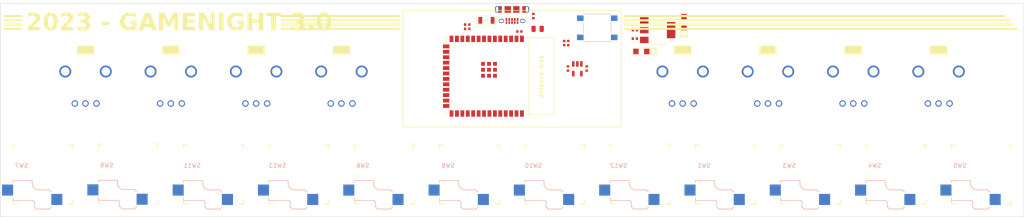
<source format=kicad_pcb>
(kicad_pcb (version 20221018) (generator pcbnew)
  (layers (0 "F.Cu" signal) (31 "B.Cu" signal) (34 "B.Paste" user) (35 "F.Paste" user) (36 "B.SilkS" user "B.Silkscreen") (37 "F.SilkS" user "F.Silkscreen") (38 "B.Mask" user) (39 "F.Mask" user) (44 "Edge.Cuts" user))
  (net 0 "")
  (net 1 "+3V3")
  (net 2 "GND")
  (net 3 "+5V")
  (net 4 "/EN")
  (net 5 "/USB_P")
  (net 6 "Net-(U12-GPIO20{slash}U1CTS{slash}ADC2_CH9{slash}CLK_OUT1{slash}USB_D+)")
  (net 7 "/USB_N")
  (net 8 "Net-(U12-GPIO19{slash}U1RTS{slash}ADC2_CH8{slash}CLK_OUT2{slash}USB_D-)")
  (net 9 "Net-(J14-GND@3)")
  (net 10 "/EEPROM_SDA")
  (net 11 "/EEPROM_SCL")
  (net 14 "/BOOTSEL_BUT")
  (net 21 "/LEDCLK")
  (net 22 "/LEDLAT")
  (net 23 "/LEDDAT")
  (net 24 "/KNOBADC0")
  (net 26 "/MCLK")
  (net 27 "/I2S_LRC")
  (net 28 "/I2S_BCLK")
  (net 29 "/KNOBADC1")
  (net 30 "/CODEC_SCL")
  (net 31 "/BUTTON_SEND")
  (net 32 "/KNOBADC2")
  (net 33 "/KNOBADC3")
  (net 34 "/CVADC0")
  (net 35 "/CVADC1")
  (net 38 "/BUTTON_FREEZE")
  (net 39 "/BUTTON_PITCH")
  (net 40 "/BUTTON_PITCHPOINT")
  (net 41 "/BUTTON_TAIL")
  (net 42 "/BUTTON_TAP")
  (net 43 "/BUTTON_DELAY")
  (net 44 "/CVMUX0")
  (net 45 "/CVMUX1")
  (net 46 "/JACK_TAP")
  (net 47 "/MODENV_PWM")
  (net 50 "/CODEC_SDA")
  (net 51 "/JACK_FREEZE")
  (footprint "keyswitches:Kailh_socket_PG1350" (layer "F.Cu") (at 95 99.05)
    (fp_text reference "SW11" (at -5 -2) (layer "B.SilkS") (effects (justify mirror)))
    (fp_text value "SW_Push")
    (pad "" np_thru_hole circle (at -5.5 0) (size 1.7018 1.7018) (drill 1.7018) (layers "*.Cu" "*.Mask"))
    (pad "" np_thru_hole circle (at -5 3.75) (size 3 3) (drill 3) (layers "*.Cu" "*.Mask"))
    (pad "" np_thru_hole circle (at 0 0) (size 3.429 3.429) (drill 3.429) (layers "*.Cu" "*.Mask"))
    (pad "" np_thru_hole circle (at 0 5.95) (size 3 3) (drill 3) (layers "*.Cu" "*.Mask"))
    (pad "" np_thru_hole circle (at 5.22 -4.2) (size 0.9906 0.9906) (drill 0.9906) (layers "*.Cu" "*.Mask"))
    (pad "" np_thru_hole circle (at 5.5 0) (size 1.7018 1.7018) (drill 1.7018) (layers "*.Cu" "*.Mask"))
    (pad "1" smd rect (at 3.275 5.95) (size 2.6 2.6) (layers "B.Cu" "B.Paste" "B.Mask"))
    (pad "2" smd rect (at -8.275 3.75) (size 2.6 2.6) (layers "B.Cu" "B.Paste" "B.Mask"))
  )
  (footprint "Resistor_SMD:R_0402_1005Metric" (layer "F.Cu") (at 170 62 90)
    (fp_text reference "R75" hide)
    (fp_text value "1M")
    (pad "1" smd roundrect (at -0.51 0 90) (size 0.54 0.64) (layers "F.Cu" "F.Paste" "F.Mask") (net 2 "GND"))
    (pad "2" smd roundrect (at 0.51 0 90) (size 0.54 0.64) (layers "F.Cu" "F.Paste" "F.Mask") (net 9 "Net-(J14-GND@3)"))
  )
  (footprint "keyswitches:Kailh_socket_PG1350" (layer "F.Cu") (at 235 99.05)
    (fp_text reference "SW3" (at -5 -2) (layer "B.SilkS") (effects (justify mirror)))
    (fp_text value "SW_Push")
    (pad "" np_thru_hole circle (at -5.5 0) (size 1.7018 1.7018) (drill 1.7018) (layers "*.Cu" "*.Mask"))
    (pad "" np_thru_hole circle (at -5 3.75) (size 3 3) (drill 3) (layers "*.Cu" "*.Mask"))
    (pad "" np_thru_hole circle (at 0 0) (size 3.429 3.429) (drill 3.429) (layers "*.Cu" "*.Mask"))
    (pad "" np_thru_hole circle (at 0 5.95) (size 3 3) (drill 3) (layers "*.Cu" "*.Mask"))
    (pad "" np_thru_hole circle (at 5.22 -4.2) (size 0.9906 0.9906) (drill 0.9906) (layers "*.Cu" "*.Mask"))
    (pad "" np_thru_hole circle (at 5.5 0) (size 1.7018 1.7018) (drill 1.7018) (layers "*.Cu" "*.Mask"))
    (pad "1" smd rect (at 3.275 5.95) (size 2.6 2.6) (layers "B.Cu" "B.Paste" "B.Mask"))
    (pad "2" smd rect (at -8.275 3.75) (size 2.6 2.6) (layers "B.Cu" "B.Paste" "B.Mask"))
  )
  (footprint "TiNRS_Eagle_Footprints:C3216" (layer "F.Cu") (at 159 63)
    (fp_text reference "C59" hide)
    (fp_text value "4.7n 100v" hide)
    (pad "1" smd rect (at -1.4478 0 90) (size 1.6002 0.889) (layers "F.Cu" "F.Paste" "F.Mask") (net 2 "GND"))
    (pad "2" smd rect (at 1.4478 0 90) (size 1.6002 0.889) (layers "F.Cu" "F.Paste" "F.Mask") (net 9 "Net-(J14-GND@3)"))
  )
  (footprint "Package_TO_SOT_SMD:SOT-223-3_TabPin2" (layer "F.Cu") (at 199.15 65.3)
    (fp_text reference "U1" hide)
    (fp_text value "AMS1117-3.3")
    (pad "1" smd rect (at -3.15 -2.3) (size 2 1.5) (layers "F.Cu" "F.Paste" "F.Mask") (net 2 "GND"))
    (pad "2" smd rect (at -3.15 0) (size 2 1.5) (layers "F.Cu" "F.Paste" "F.Mask") (net 1 "+3V3"))
    (pad "2" smd rect (at 3.15 0) (size 2 3.8) (layers "F.Cu" "F.Paste" "F.Mask") (net 1 "+3V3"))
    (pad "3" smd rect (at -3.15 2.3) (size 2 1.5) (layers "F.Cu" "F.Paste" "F.Mask") (net 3 "+5V"))
  )
  (footprint "TiNRS_Eagle_Footprints:ALPS_POT_SQUAREHOLES" (layer "F.Cu") (at 205 75)
    (fp_text reference "P8" hide)
    (fp_text value "POTSQUAREHOLE_SMALLKNOB" hide)
    (pad "P$1" thru_hole circle (at -2.5 7.5 90) (size 1.508 1.508) (drill 1) (layers "*.Cu" "*.Mask"))
    (pad "P$2" thru_hole circle (at 0 7.5 90) (size 1.508 1.508) (drill 1) (layers "*.Cu" "*.Mask"))
    (pad "P$3" thru_hole circle (at 2.58 7.5 90) (size 1.508 1.508) (drill 1) (layers "*.Cu" "*.Mask"))
    (pad "P$4" thru_hole circle (at -4.75 0) (size 2.8 2.8) (drill 2) (layers "*.Cu" "*.Mask"))
    (pad "P$5" thru_hole circle (at 4.75 0) (size 2.8 2.8) (drill 2) (layers "*.Cu" "*.Mask"))
  )
  (footprint "Capacitor_SMD:C_0805_2012Metric" (layer "F.Cu") (at 171 65)
    (fp_text reference "C61" hide)
    (fp_text value "22u")
    (pad "1" smd roundrect (at -0.95 0) (size 1 1.45) (layers "F.Cu" "F.Paste" "F.Mask") (net 1 "+3V3"))
    (pad "2" smd roundrect (at 0.95 0) (size 1 1.45) (layers "F.Cu" "F.Paste" "F.Mask") (net 2 "GND"))
  )
  (footprint "Resistor_SMD:R_0402_1005Metric" (layer "F.Cu") (at 154.49 65 180)
    (fp_text reference "R74" hide)
    (fp_text value "0")
    (pad "1" smd roundrect (at -0.51 0 180) (size 0.54 0.64) (layers "F.Cu" "F.Paste" "F.Mask") (net 7 "/USB_N"))
    (pad "2" smd roundrect (at 0.51 0 180) (size 0.54 0.64) (layers "F.Cu" "F.Paste" "F.Mask") (net 8 "Net-(U12-GPIO19{slash}U1RTS{slash}ADC2_CH8{slash}CLK_OUT2{slash}USB_D-)"))
  )
  (footprint "TiNRS_Eagle_Footprints:C132563" (layer "F.Cu") (at 165 59 180)
    (fp_text reference "J14" hide)
    (fp_text value "MICRO-USB-5P" hide)
    (pad "1" smd rect (at -1.3 -4.15 270) (size 1.35 0.4) (layers "F.Cu" "F.Paste" "F.Mask") (net 3 "+5V"))
    (pad "2" smd rect (at -0.65 -4.15 270) (size 1.35 0.4) (layers "F.Cu" "F.Paste" "F.Mask") (net 7 "/USB_N"))
    (pad "3" smd rect (at 0 -4.15 270) (size 1.35 0.4) (layers "F.Cu" "F.Paste" "F.Mask") (net 5 "/USB_P"))
    (pad "4" smd rect (at 0.65 -4.15 270) (size 1.35 0.4) (layers "F.Cu" "F.Paste" "F.Mask"))
    (pad "5" smd rect (at 1.3 -4.15 270) (size 1.35 0.4) (layers "F.Cu" "F.Paste" "F.Mask") (net 2 "GND"))
    (pad "B@2" thru_hole roundrect (at -2.5 -4.15) (size 1.25 0.95) (drill oval 0.85 0.55) (layers "*.Cu" "*.Mask") (roundrect_rratio 0.5) (net 9 "Net-(J14-GND@3)"))
    (pad "B@4" thru_hole roundrect (at 2.5 -4.15) (size 1.25 0.95) (drill oval 0.85 0.55) (layers "*.Cu" "*.Mask") (roundrect_rratio 0.5) (net 9 "Net-(J14-GND@3)"))
    (pad "B@5" smd rect (at 2.95 -1.45 270) (size 1.55 1.1) (layers "F.Cu" "F.Paste" "F.Mask") (net 9 "Net-(J14-GND@3)"))
    (pad "B@6" smd rect (at 1 -1.45 180) (size 1.5 1.55) (layers "F.Cu" "F.Paste" "F.Mask") (net 9 "Net-(J14-GND@3)"))
    (pad "B@7" smd rect (at -1 -1.45 180) (size 1.5 1.55) (layers "F.Cu" "F.Paste" "F.Mask") (net 9 "Net-(J14-GND@3)"))
    (pad "B@8" smd rect (at -2.95 -1.45 270) (size 1.55 1.1) (layers "F.Cu" "F.Paste" "F.Mask") (net 9 "Net-(J14-GND@3)"))
    (pad "B@9" thru_hole roundrect (at -3.5 -1.45 270) (size 1.55 1) (drill oval 1.15 0.5) (layers "*.Cu" "*.Mask") (roundrect_rratio 0.5) (net 9 "Net-(J14-GND@3)"))
    (pad "B@12" thru_hole roundrect (at 3.5 -1.45 270) (size 1.55 1) (drill oval 1.15 0.5) (layers "*.Cu" "*.Mask") (roundrect_rratio 0.5) (net 9 "Net-(J14-GND@3)"))
  )
  (footprint "TiNRS_Eagle_Footprints:ALPS_POT_SQUAREHOLES" (layer "F.Cu") (at 265 75)
    (fp_text reference "P6" hide)
    (fp_text value "POTSQUAREHOLE_SMALLKNOB" hide)
    (pad "P$1" thru_hole circle (at -2.5 7.5 90) (size 1.508 1.508) (drill 1) (layers "*.Cu" "*.Mask"))
    (pad "P$2" thru_hole circle (at 0 7.5 90) (size 1.508 1.508) (drill 1) (layers "*.Cu" "*.Mask"))
    (pad "P$3" thru_hole circle (at 2.58 7.5 90) (size 1.508 1.508) (drill 1) (layers "*.Cu" "*.Mask"))
    (pad "P$4" thru_hole circle (at -4.75 0) (size 2.8 2.8) (drill 2) (layers "*.Cu" "*.Mask"))
    (pad "P$5" thru_hole circle (at 4.75 0) (size 2.8 2.8) (drill 2) (layers "*.Cu" "*.Mask"))
  )
  (footprint "TiNRS_Eagle_Footprints:ALPS_POT_SQUAREHOLES" (layer "F.Cu") (at 125 75)
    (fp_text reference "P7" hide)
    (fp_text value "POTSQUAREHOLE_SMALLKNOB" hide)
    (pad "P$1" thru_hole circle (at -2.5 7.5 90) (size 1.508 1.508) (drill 1) (layers "*.Cu" "*.Mask"))
    (pad "P$2" thru_hole circle (at 0 7.5 90) (size 1.508 1.508) (drill 1) (layers "*.Cu" "*.Mask"))
    (pad "P$3" thru_hole circle (at 2.58 7.5 90) (size 1.508 1.508) (drill 1) (layers "*.Cu" "*.Mask"))
    (pad "P$4" thru_hole circle (at -4.75 0) (size 2.8 2.8) (drill 2) (layers "*.Cu" "*.Mask"))
    (pad "P$5" thru_hole circle (at 4.75 0) (size 2.8 2.8) (drill 2) (layers "*.Cu" "*.Mask"))
  )
  (footprint "Resistor_SMD:R_0402_1005Metric" (layer "F.Cu") (at 182.51 74.3 90)
    (fp_text reference "R77" hide)
    (fp_text value "2k")
    (pad "1" smd roundrect (at -0.51 0 90) (size 0.54 0.64) (layers "F.Cu" "F.Paste" "F.Mask") (net 1 "+3V3"))
    (pad "2" smd roundrect (at 0.51 0 90) (size 0.54 0.64) (layers "F.Cu" "F.Paste" "F.Mask") (net 11 "/EEPROM_SCL"))
  )
  (footprint "keyswitches:Kailh_socket_PG1350" (layer "F.Cu") (at 275 99.05)
    (fp_text reference "SW5" (at -5 -2) (layer "B.SilkS") (effects (justify mirror)))
    (fp_text value "SW_Push")
    (pad "" np_thru_hole circle (at -5.5 0) (size 1.7018 1.7018) (drill 1.7018) (layers "*.Cu" "*.Mask"))
    (pad "" np_thru_hole circle (at -5 3.75) (size 3 3) (drill 3) (layers "*.Cu" "*.Mask"))
    (pad "" np_thru_hole circle (at 0 0) (size 3.429 3.429) (drill 3.429) (layers "*.Cu" "*.Mask"))
    (pad "" np_thru_hole circle (at 0 5.95) (size 3 3) (drill 3) (layers "*.Cu" "*.Mask"))
    (pad "" np_thru_hole circle (at 5.22 -4.2) (size 0.9906 0.9906) (drill 0.9906) (layers "*.Cu" "*.Mask"))
    (pad "" np_thru_hole circle (at 5.5 0) (size 1.7018 1.7018) (drill 1.7018) (layers "*.Cu" "*.Mask"))
    (pad "1" smd rect (at 3.275 5.95) (size 2.6 2.6) (layers "B.Cu" "B.Paste" "B.Mask"))
    (pad "2" smd rect (at -8.275 3.75) (size 2.6 2.6) (layers "B.Cu" "B.Paste" "B.Mask"))
  )
  (footprint "keyswitches:Kailh_socket_PG1350" (layer "F.Cu") (at 255 99.05)
    (fp_text reference "SW4" (at -5 -2) (layer "B.SilkS") (effects (justify mirror)))
    (fp_text value "SW_Push")
    (pad "" np_thru_hole circle (at -5.5 0) (size 1.7018 1.7018) (drill 1.7018) (layers "*.Cu" "*.Mask"))
    (pad "" np_thru_hole circle (at -5 3.75) (size 3 3) (drill 3) (layers "*.Cu" "*.Mask"))
    (pad "" np_thru_hole circle (at 0 0) (size 3.429 3.429) (drill 3.429) (layers "*.Cu" "*.Mask"))
    (pad "" np_thru_hole circle (at 0 5.95) (size 3 3) (drill 3) (layers "*.Cu" "*.Mask"))
    (pad "" np_thru_hole circle (at 5.22 -4.2) (size 0.9906 0.9906) (drill 0.9906) (layers "*.Cu" "*.Mask"))
    (pad "" np_thru_hole circle (at 5.5 0) (size 1.7018 1.7018) (drill 1.7018) (layers "*.Cu" "*.Mask"))
    (pad "1" smd rect (at 3.275 5.95) (size 2.6 2.6) (layers "B.Cu" "B.Paste" "B.Mask"))
    (pad "2" smd rect (at -8.275 3.75) (size 2.6 2.6) (layers "B.Cu" "B.Paste" "B.Mask"))
  )
  (footprint "keyswitches:Kailh_socket_PG1350" (layer "F.Cu") (at 55 99.05)
    (fp_text reference "SW7" (at -5 -2) (layer "B.SilkS") (effects (justify mirror)))
    (fp_text value "SW_Push")
    (pad "" np_thru_hole circle (at -5.5 0) (size 1.7018 1.7018) (drill 1.7018) (layers "*.Cu" "*.Mask"))
    (pad "" np_thru_hole circle (at -5 3.75) (size 3 3) (drill 3) (layers "*.Cu" "*.Mask"))
    (pad "" np_thru_hole circle (at 0 0) (size 3.429 3.429) (drill 3.429) (layers "*.Cu" "*.Mask"))
    (pad "" np_thru_hole circle (at 0 5.95) (size 3 3) (drill 3) (layers "*.Cu" "*.Mask"))
    (pad "" np_thru_hole circle (at 5.22 -4.2) (size 0.9906 0.9906) (drill 0.9906) (layers "*.Cu" "*.Mask"))
    (pad "" np_thru_hole circle (at 5.5 0) (size 1.7018 1.7018) (drill 1.7018) (layers "*.Cu" "*.Mask"))
    (pad "1" smd rect (at 3.275 5.95) (size 2.6 2.6) (layers "B.Cu" "B.Paste" "B.Mask"))
    (pad "2" smd rect (at -8.275 3.75) (size 2.6 2.6) (layers "B.Cu" "B.Paste" "B.Mask"))
  )
  (footprint "Capacitor_SMD:C_0402_1005Metric" (layer "F.Cu") (at 177.24 68.33 90)
    (fp_text reference "C60" hide)
    (fp_text value "1u")
    (pad "1" smd roundrect (at -0.48 0 90) (size 0.56 0.62) (layers "F.Cu" "F.Paste" "F.Mask") (net 4 "/EN"))
    (pad "2" smd roundrect (at 0.48 0 90) (size 0.56 0.62) (layers "F.Cu" "F.Paste" "F.Mask") (net 2 "GND"))
  )
  (footprint "Capacitor_SMD:C_0402_1005Metric" (layer "F.Cu") (at 166.72 65.62)
    (fp_text reference "C62" hide)
    (fp_text value "100n")
    (pad "1" smd roundrect (at -0.48 0) (size 0.56 0.62) (layers "F.Cu" "F.Paste" "F.Mask") (net 1 "+3V3"))
    (pad "2" smd roundrect (at 0.48 0) (size 0.56 0.62) (layers "F.Cu" "F.Paste" "F.Mask") (net 2 "GND"))
  )
  (footprint "keyswitches:Kailh_socket_PG1350" (layer "F.Cu") (at 75 99)
    (fp_text reference "SW9" (at -5 -2) (layer "B.SilkS") (effects (justify mirror)))
    (fp_text value "SW_Push")
    (pad "" np_thru_hole circle (at -5.5 0) (size 1.7018 1.7018) (drill 1.7018) (layers "*.Cu" "*.Mask"))
    (pad "" np_thru_hole circle (at -5 3.75) (size 3 3) (drill 3) (layers "*.Cu" "*.Mask"))
    (pad "" np_thru_hole circle (at 0 0) (size 3.429 3.429) (drill 3.429) (layers "*.Cu" "*.Mask"))
    (pad "" np_thru_hole circle (at 0 5.95) (size 3 3) (drill 3) (layers "*.Cu" "*.Mask"))
    (pad "" np_thru_hole circle (at 5.22 -4.2) (size 0.9906 0.9906) (drill 0.9906) (layers "*.Cu" "*.Mask"))
    (pad "" np_thru_hole circle (at 5.5 0) (size 1.7018 1.7018) (drill 1.7018) (layers "*.Cu" "*.Mask"))
    (pad "1" smd rect (at 3.275 5.95) (size 2.6 2.6) (layers "B.Cu" "B.Paste" "B.Mask"))
    (pad "2" smd rect (at -8.275 3.75) (size 2.6 2.6) (layers "B.Cu" "B.Paste" "B.Mask"))
  )
  (footprint "Espressif:ESP32-S3-WROOM-1" (layer "F.Cu") (at 159.06 76.1 -90)
    (fp_text reference "U12" hide)
    (fp_text value "ESP32-S3-WROOM-1")
    (fp_text user "Antenna Area" (at 0 -12.75 90) (layer "F.SilkS"))
    (pad "1" smd rect (at -8.75 -8.26 270) (size 1.5 0.9) (layers "F.Cu" "F.Paste" "F.Mask") (net 2 "GND"))
    (pad "2" smd rect (at -8.75 -6.99 270) (size 1.5 0.9) (layers "F.Cu" "F.Paste" "F.Mask") (net 1 "+3V3"))
    (pad "3" smd rect (at -8.75 -5.72 270) (size 1.5 0.9) (layers "F.Cu" "F.Paste" "F.Mask") (net 4 "/EN"))
    (pad "4" smd rect (at -8.75 -4.45 270) (size 1.5 0.9) (layers "F.Cu" "F.Paste" "F.Mask") (net 21 "/LEDCLK"))
    (pad "5" smd rect (at -8.75 -3.18 270) (size 1.5 0.9) (layers "F.Cu" "F.Paste" "F.Mask") (net 22 "/LEDLAT"))
    (pad "6" smd rect (at -8.75 -1.91 270) (size 1.5 0.9) (layers "F.Cu" "F.Paste" "F.Mask") (net 23 "/LEDDAT"))
    (pad "7" smd rect (at -8.75 -0.64 270) (size 1.5 0.9) (layers "F.Cu" "F.Paste" "F.Mask") (net 24 "/KNOBADC0"))
    (pad "8" smd rect (at -8.75 0.63 270) (size 1.5 0.9) (layers "F.Cu" "F.Paste" "F.Mask"))
    (pad "9" smd rect (at -8.75 1.9 270) (size 1.5 0.9) (layers "F.Cu" "F.Paste" "F.Mask") (net 26 "/MCLK"))
    (pad "10" smd rect (at -8.75 3.17 270) (size 1.5 0.9) (layers "F.Cu" "F.Paste" "F.Mask") (net 27 "/I2S_LRC"))
    (pad "11" smd rect (at -8.75 4.44 270) (size 1.5 0.9) (layers "F.Cu" "F.Paste" "F.Mask") (net 28 "/I2S_BCLK"))
    (pad "12" smd rect (at -8.75 5.71 270) (size 1.5 0.9) (layers "F.Cu" "F.Paste" "F.Mask") (net 29 "/KNOBADC1"))
    (pad "13" smd rect (at -8.75 6.98 270) (size 1.5 0.9) (layers "F.Cu" "F.Paste" "F.Mask") (net 8 "Net-(U12-GPIO19{slash}U1RTS{slash}ADC2_CH8{slash}CLK_OUT2{slash}USB_D-)"))
    (pad "14" smd rect (at -8.75 8.25 270) (size 1.5 0.9) (layers "F.Cu" "F.Paste" "F.Mask") (net 6 "Net-(U12-GPIO20{slash}U1CTS{slash}ADC2_CH9{slash}CLK_OUT1{slash}USB_D+)"))
    (pad "15" smd rect (at -6.985 9.5) (size 1.5 0.9) (layers "F.Cu" "F.Paste" "F.Mask") (net 30 "/CODEC_SCL"))
    (pad "16" smd rect (at -5.715 9.5) (size 1.5 0.9) (layers "F.Cu" "F.Paste" "F.Mask") (net 31 "/BUTTON_SEND"))
    (pad "17" smd rect (at -4.445 9.5) (size 1.5 0.9) (layers "F.Cu" "F.Paste" "F.Mask") (net 32 "/KNOBADC2"))
    (pad "18" smd rect (at -3.175 9.5) (size 1.5 0.9) (layers "F.Cu" "F.Paste" "F.Mask") (net 33 "/KNOBADC3"))
    (pad "19" smd rect (at -1.905 9.5) (size 1.5 0.9) (layers "F.Cu" "F.Paste" "F.Mask") (net 34 "/CVADC0"))
    (pad "20" smd rect (at -0.635 9.5) (size 1.5 0.9) (layers "F.Cu" "F.Paste" "F.Mask") (net 35 "/CVADC1"))
    (pad "21" smd rect (at 0.635 9.5) (size 1.5 0.9) (layers "F.Cu" "F.Paste" "F.Mask"))
    (pad "22" smd rect (at 1.905 9.5) (size 1.5 0.9) (layers "F.Cu" "F.Paste" "F.Mask"))
    (pad "23" smd rect (at 3.175 9.5) (size 1.5 0.9) (layers "F.Cu" "F.Paste" "F.Mask") (net 38 "/BUTTON_FREEZE"))
    (pad "24" smd rect (at 4.445 9.5) (size 1.5 0.9) (layers "F.Cu" "F.Paste" "F.Mask") (net 39 "/BUTTON_PITCH"))
    (pad "25" smd rect (at 5.715 9.5) (size 1.5 0.9) (layers "F.Cu" "F.Paste" "F.Mask") (net 40 "/BUTTON_PITCHPOINT"))
    (pad "26" smd rect (at 6.985 9.5) (size 1.5 0.9) (layers "F.Cu" "F.Paste" "F.Mask") (net 41 "/BUTTON_TAIL"))
    (pad "27" smd rect (at 8.75 8.25 90) (size 1.5 0.9) (layers "F.Cu" "F.Paste" "F.Mask") (net 14 "/BOOTSEL_BUT"))
    (pad "28" smd rect (at 8.75 6.98 90) (size 1.5 0.9) (layers "F.Cu" "F.Paste" "F.Mask") (net 42 "/BUTTON_TAP"))
    (pad "29" smd rect (at 8.75 5.71 90) (size 1.5 0.9) (layers "F.Cu" "F.Paste" "F.Mask") (net 43 "/BUTTON_DELAY"))
    (pad "30" smd rect (at 8.75 4.44 90) (size 1.5 0.9) (layers "F.Cu" "F.Paste" "F.Mask") (net 44 "/CVMUX0"))
    (pad "31" smd rect (at 8.75 3.17 90) (size 1.5 0.9) (layers "F.Cu" "F.Paste" "F.Mask") (net 45 "/CVMUX1"))
    (pad "32" smd rect (at 8.75 1.9 90) (size 1.5 0.9) (layers "F.Cu" "F.Paste" "F.Mask") (net 10 "/EEPROM_SDA"))
    (pad "33" smd rect (at 8.75 0.63 90) (size 1.5 0.9) (layers "F.Cu" "F.Paste" "F.Mask") (net 11 "/EEPROM_SCL"))
    (pad "34" smd rect (at 8.75 -0.64 90) (size 1.5 0.9) (layers "F.Cu" "F.Paste" "F.Mask") (net 46 "/JACK_TAP"))
    (pad "35" smd rect (at 8.75 -1.91 90) (size 1.5 0.9) (layers "F.Cu" "F.Paste" "F.Mask") (net 47 "/MODENV_PWM"))
    (pad "36" smd rect (at 8.75 -3.18 90) (size 1.5 0.9) (layers "F.Cu" "F.Paste" "F.Mask"))
    (pad "37" smd rect (at 8.75 -4.45 90) (size 1.5 0.9) (layers "F.Cu" "F.Paste" "F.Mask"))
    (pad "38" smd rect (at 8.75 -5.72 90) (size 1.5 0.9) (layers "F.Cu" "F.Paste" "F.Mask") (net 50 "/CODEC_SDA"))
    (pad "39" smd rect (at 8.75 -6.99 90) (size 1.5 0.9) (layers "F.Cu" "F.Paste" "F.Mask") (net 51 "/JACK_FREEZE"))
    (pad "40" smd rect (at 8.75 -8.26 90) (size 1.5 0.9) (layers "F.Cu" "F.Paste" "F.Mask") (net 2 "GND"))
    (pad "41" smd rect (at -2.9 -1.94 90) (size 0.9 0.9) (layers "F.Cu" "F.Paste" "F.Mask") (net 2 "GND"))
    (pad "41" smd rect (at -2.9 -0.54 90) (size 0.9 0.9) (layers "F.Cu" "F.Paste" "F.Mask") (net 2 "GND"))
    (pad "41" smd rect (at -2.9 0.86 90) (size 0.9 0.9) (layers "F.Cu" "F.Paste" "F.Mask") (net 2 "GND"))
    (pad "41" smd rect (at -1.5 -1.94 90) (size 0.9 0.9) (layers "F.Cu" "F.Paste" "F.Mask") (net 2 "GND"))
    (pad "41" smd rect (at -1.5 -0.54 90) (size 0.9 0.9) (layers "F.Cu" "F.Paste" "F.Mask") (net 2 "GND"))
    (pad "41" smd rect (at -1.5 0.86 90) (size 0.9 0.9) (layers "F.Cu" "F.Paste" "F.Mask") (net 2 "GND"))
    (pad "41" smd rect (at -0.1 -1.94 90) (size 0.9 0.9) (layers "F.Cu" "F.Paste" "F.Mask") (net 2 "GND"))
    (pad "41" smd rect (at -0.1 -0.54 90) (size 0.9 0.9) (layers "F.Cu" "F.Paste" "F.Mask") (net 2 "GND"))
    (pad "41" smd rect (at -0.1 0.86 90) (size 0.9 0.9) (layers "F.Cu" "F.Paste" "F.Mask") (net 2 "GND"))
  )
  (footprint "keyswitches:Kailh_socket_PG1350" (layer "F.Cu") (at 175 99.05)
    (fp_text reference "SW10" (at -5 -2) (layer "B.SilkS") (effects (justify mirror)))
    (fp_text value "SW_Push")
    (pad "" np_thru_hole circle (at -5.5 0) (size 1.7018 1.7018) (drill 1.7018) (layers "*.Cu" "*.Mask"))
    (pad "" np_thru_hole circle (at -5 3.75) (size 3 3) (drill 3) (layers "*.Cu" "*.Mask"))
    (pad "" np_thru_hole circle (at 0 0) (size 3.429 3.429) (drill 3.429) (layers "*.Cu" "*.Mask"))
    (pad "" np_thru_hole circle (at 0 5.95) (size 3 3) (drill 3) (layers "*.Cu" "*.Mask"))
    (pad "" np_thru_hole circle (at 5.22 -4.2) (size 0.9906 0.9906) (drill 0.9906) (layers "*.Cu" "*.Mask"))
    (pad "" np_thru_hole circle (at 5.5 0) (size 1.7018 1.7018) (drill 1.7018) (layers "*.Cu" "*.Mask"))
    (pad "1" smd rect (at 3.275 5.95) (size 2.6 2.6) (layers "B.Cu" "B.Paste" "B.Mask"))
    (pad "2" smd rect (at -8.275 3.75) (size 2.6 2.6) (layers "B.Cu" "B.Paste" "B.Mask"))
  )
  (footprint "Resistor_SMD:R_0402_1005Metric" (layer "F.Cu") (at 154.49 64 180)
    (fp_text reference "R73" hide)
    (fp_text value "0")
    (pad "1" smd roundrect (at -0.51 0 180) (size 0.54 0.64) (layers "F.Cu" "F.Paste" "F.Mask") (net 5 "/USB_P"))
    (pad "2" smd roundrect (at 0.51 0 180) (size 0.54 0.64) (layers "F.Cu" "F.Paste" "F.Mask") (net 6 "Net-(U12-GPIO20{slash}U1CTS{slash}ADC2_CH9{slash}CLK_OUT1{slash}USB_D+)"))
  )
  (footprint "keyswitches:Kailh_socket_PG1350" (layer "F.Cu") (at 135 99.05)
    (fp_text reference "SW6" (at -5 -2) (layer "B.SilkS") (effects (justify mirror)))
    (fp_text value "SW_Push")
    (pad "" np_thru_hole circle (at -5.5 0) (size 1.7018 1.7018) (drill 1.7018) (layers "*.Cu" "*.Mask"))
    (pad "" np_thru_hole circle (at -5 3.75) (size 3 3) (drill 3) (layers "*.Cu" "*.Mask"))
    (pad "" np_thru_hole circle (at 0 0) (size 3.429 3.429) (drill 3.429) (layers "*.Cu" "*.Mask"))
    (pad "" np_thru_hole circle (at 0 5.95) (size 3 3) (drill 3) (layers "*.Cu" "*.Mask"))
    (pad "" np_thru_hole circle (at 5.22 -4.2) (size 0.9906 0.9906) (drill 0.9906) (layers "*.Cu" "*.Mask"))
    (pad "" np_thru_hole circle (at 5.5 0) (size 1.7018 1.7018) (drill 1.7018) (layers "*.Cu" "*.Mask"))
    (pad "1" smd rect (at 3.275 5.95) (size 2.6 2.6) (layers "B.Cu" "B.Paste" "B.Mask"))
    (pad "2" smd rect (at -8.275 3.75) (size 2.6 2.6) (layers "B.Cu" "B.Paste" "B.Mask"))
  )
  (footprint "Package_TO_SOT_SMD:SOT-23-5" (layer "F.Cu") (at 180.31 74.3625 -90)
    (fp_text reference "U2" hide)
    (fp_text value "AT24CS01-STUM")
    (pad "1" smd roundrect (at -1.1375 -0.95 270) (size 1.325 0.6) (layers "F.Cu" "F.Paste" "F.Mask") (net 11 "/EEPROM_SCL"))
    (pad "2" smd roundrect (at -1.1375 0 270) (size 1.325 0.6) (layers "F.Cu" "F.Paste" "F.Mask") (net 2 "GND"))
    (pad "3" smd roundrect (at -1.1375 0.95 270) (size 1.325 0.6) (layers "F.Cu" "F.Paste" "F.Mask") (net 10 "/EEPROM_SDA"))
    (pad "4" smd roundrect (at 1.1375 0.95 270) (size 1.325 0.6) (layers "F.Cu" "F.Paste" "F.Mask") (net 1 "+3V3"))
    (pad "5" smd roundrect (at 1.1375 -0.95 270) (size 1.325 0.6) (layers "F.Cu" "F.Paste" "F.Mask") (net 2 "GND"))
  )
  (footprint "Resistor_SMD:R_0402_1005Metric" (layer "F.Cu") (at 178.19 68.33 -90)
    (fp_text reference "R78" hide)
    (fp_text value "10k")
    (pad "1" smd roundrect (at -0.51 0 270) (size 0.54 0.64) (layers "F.Cu" "F.Paste" "F.Mask") (net 1 "+3V3"))
    (pad "2" smd roundrect (at 0.51 0 270) (size 0.54 0.64) (layers "F.Cu" "F.Paste" "F.Mask") (net 4 "/EN"))
  )
  (footprint "Resistor_SMD:R_0402_1005Metric" (layer "F.Cu") (at 178.11 74.3 -90)
    (fp_text reference "R76" hide)
    (fp_text value "2k")
    (pad "1" smd roundrect (at -0.51 0 270) (size 0.54 0.64) (layers "F.Cu" "F.Paste" "F.Mask") (net 10 "/EEPROM_SDA"))
    (pad "2" smd roundrect (at 0.51 0 270) (size 0.54 0.64) (layers "F.Cu" "F.Paste" "F.Mask") (net 1 "+3V3"))
  )
  (footprint "TiNRS_Eagle_Footprints:ALPS_POT_SQUAREHOLES" (layer "F.Cu") (at 85 75)
    (fp_text reference "P2" hide)
    (fp_text value "POTSQUAREHOLE_SMALLKNOB" hide)
    (pad "P$1" thru_hole circle (at -2.5 7.5 90) (size 1.508 1.508) (drill 1) (layers "*.Cu" "*.Mask"))
    (pad "P$2" thru_hole circle (at 0 7.5 90) (size 1.508 1.508) (drill 1) (layers "*.Cu" "*.Mask"))
    (pad "P$3" thru_hole circle (at 2.58 7.5 90) (size 1.508 1.508) (drill 1) (layers "*.Cu" "*.Mask"))
    (pad "P$4" thru_hole circle (at -4.75 0) (size 2.8 2.8) (drill 2) (layers "*.Cu" "*.Mask"))
    (pad "P$5" thru_hole circle (at 4.75 0) (size 2.8 2.8) (drill 2) (layers "*.Cu" "*.Mask"))
  )
  (footprint "keyswitches:Kailh_socket_PG1350" (layer "F.Cu") (at 155 99.05)
    (fp_text reference "SW8" (at -5 -2) (layer "B.SilkS") (effects (justify mirror)))
    (fp_text value "SW_Push")
    (pad "" np_thru_hole circle (at -5.5 0) (size 1.7018 1.7018) (drill 1.7018) (layers "*.Cu" "*.Mask"))
    (pad "" np_thru_hole circle (at -5 3.75) (size 3 3) (drill 3) (layers "*.Cu" "*.Mask"))
    (pad "" np_thru_hole circle (at 0 0) (size 3.429 3.429) (drill 3.429) (layers "*.Cu" "*.Mask"))
    (pad "" np_thru_hole circle (at 0 5.95) (size 3 3) (drill 3) (layers "*.Cu" "*.Mask"))
    (pad "" np_thru_hole circle (at 5.22 -4.2) (size 0.9906 0.9906) (drill 0.9906) (layers "*.Cu" "*.Mask"))
    (pad "" np_thru_hole circle (at 5.5 0) (size 1.7018 1.7018) (drill 1.7018) (layers "*.Cu" "*.Mask"))
    (pad "1" smd rect (at 3.275 5.95) (size 2.6 2.6) (layers "B.Cu" "B.Paste" "B.Mask"))
    (pad "2" smd rect (at -8.275 3.75) (size 2.6 2.6) (layers "B.Cu" "B.Paste" "B.Mask"))
  )
  (footprint "Capacitor_SMD:C_0402_1005Metric" (layer "F.Cu") (at 193.795 67.3)
    (property "Value" "1759017")
    (fp_text reference "C52" hide)
    (fp_text value "100nF")
    (pad "1" smd roundrect (at -0.48 0) (size 0.56 0.62) (layers "F.Cu" "F.Paste" "F.Mask") (net 2 "GND"))
    (pad "2" smd roundrect (at 0.48 0) (size 0.56 0.62) (layers "F.Cu" "F.Paste" "F.Mask") (net 3 "+5V"))
  )
  (footprint "TiNRS_Eagle_Footprints:ALPS_POT_SQUAREHOLES" (layer "F.Cu") (at 225 75)
    (fp_text reference "P4" hide)
    (fp_text value "POTSQUAREHOLE_SMALLKNOB" hide)
    (pad "P$1" thru_hole circle (at -2.5 7.5 90) (size 1.508 1.508) (drill 1) (layers "*.Cu" "*.Mask"))
    (pad "P$2" thru_hole circle (at 0 7.5 90) (size 1.508 1.508) (drill 1) (layers "*.Cu" "*.Mask"))
    (pad "P$3" thru_hole circle (at 2.58 7.5 90) (size 1.508 1.508) (drill 1) (layers "*.Cu" "*.Mask"))
    (pad "P$4" thru_hole circle (at -4.75 0) (size 2.8 2.8) (drill 2) (layers "*.Cu" "*.Mask"))
    (pad "P$5" thru_hole circle (at 4.75 0) (size 2.8 2.8) (drill 2) (layers "*.Cu" "*.Mask"))
  )
  (footprint "TiNRS_Eagle_Footprints:CASE-A_3216" (layer "F.Cu") (at 195.315 70.3 180)
    (property "Value" "197427")
    (fp_text reference "C50" hide)
    (fp_text value "10uF" hide)
    (pad "+" smd rect (at -1.27 0 180) (size 1.27 1.27) (layers "F.Cu" "F.Paste" "F.Mask") (net 3 "+5V"))
    (pad "-" smd rect (at 1.27 0) (size 1.27 1.27) (layers "F.Cu" "F.Paste" "F.Mask") (net 2 "GND"))
  )
  (footprint "TiNRS_Eagle_Footprints:ALPS_POT_SQUAREHOLES" (layer "F.Cu") (at 105 75)
    (fp_text reference "P3" hide)
    (fp_text value "POTSQUAREHOLE_SMALLKNOB" hide)
    (pad "P$1" thru_hole circle (at -2.5 7.5 90) (size 1.508 1.508) (drill 1) (layers "*.Cu" "*.Mask"))
    (pad "P$2" thru_hole circle (at 0 7.5 90) (size 1.508 1.508) (drill 1) (layers "*.Cu" "*.Mask"))
    (pad "P$3" thru_hole circle (at 2.58 7.5 90) (size 1.508 1.508) (drill 1) (layers "*.Cu" "*.Mask"))
    (pad "P$4" thru_hole circle (at -4.75 0) (size 2.8 2.8) (drill 2) (layers "*.Cu" "*.Mask"))
    (pad "P$5" thru_hole circle (at 4.75 0) (size 2.8 2.8) (drill 2) (layers "*.Cu" "*.Mask"))
  )
  (footprint "Capacitor_SMD:C_0402_1005Metric" (layer "F.Cu") (at 193.795 65.3 180)
    (property "Value" "1759017")
    (fp_text reference "C48" hide)
    (fp_text value "100nF")
    (pad "1" smd roundrect (at -0.48 0 180) (size 0.56 0.62) (layers "F.Cu" "F.Paste" "F.Mask") (net 1 "+3V3"))
    (pad "2" smd roundrect (at 0.48 0 180) (size 0.56 0.62) (layers "F.Cu" "F.Paste" "F.Mask") (net 2 "GND"))
  )
  (footprint "TiNRS_Eagle_Footprints:ALPS_POT_SQUAREHOLES" (layer "F.Cu") (at 245 75)
    (fp_text reference "P5" hide)
    (fp_text value "POTSQUAREHOLE_SMALLKNOB" hide)
    (pad "P$1" thru_hole circle (at -2.5 7.5 90) (size 1.508 1.508) (drill 1) (layers "*.Cu" "*.Mask"))
    (pad "P$2" thru_hole circle (at 0 7.5 90) (size 1.508 1.508) (drill 1) (layers "*.Cu" "*.Mask"))
    (pad "P$3" thru_hole circle (at 2.58 7.5 90) (size 1.508 1.508) (drill 1) (layers "*.Cu" "*.Mask"))
    (pad "P$4" thru_hole circle (at -4.75 0) (size 2.8 2.8) (drill 2) (layers "*.Cu" "*.Mask"))
    (pad "P$5" thru_hole circle (at 4.75 0) (size 2.8 2.8) (drill 2) (layers "*.Cu" "*.Mask"))
  )
  (footprint "keyswitches:Kailh_socket_PG1350" (layer "F.Cu") (at 115 99.05)
    (fp_text reference "SW13" (at -5 -2) (layer "B.SilkS") (effects (justify mirror)))
    (fp_text value "SW_Push")
    (pad "" np_thru_hole circle (at -5.5 0) (size 1.7018 1.7018) (drill 1.7018) (layers "*.Cu" "*.Mask"))
    (pad "" np_thru_hole circle (at -5 3.75) (size 3 3) (drill 3) (layers "*.Cu" "*.Mask"))
    (pad "" np_thru_hole circle (at 0 0) (size 3.429 3.429) (drill 3.429) (layers "*.Cu" "*.Mask"))
    (pad "" np_thru_hole circle (at 0 5.95) (size 3 3) (drill 3) (layers "*.Cu" "*.Mask"))
    (pad "" np_thru_hole circle (at 5.22 -4.2) (size 0.9906 0.9906) (drill 0.9906) (layers "*.Cu" "*.Mask"))
    (pad "" np_thru_hole circle (at 5.5 0) (size 1.7018 1.7018) (drill 1.7018) (layers "*.Cu" "*.Mask"))
    (pad "1" smd rect (at 3.275 5.95) (size 2.6 2.6) (layers "B.Cu" "B.Paste" "B.Mask"))
    (pad "2" smd rect (at -8.275 3.75) (size 2.6 2.6) (layers "B.Cu" "B.Paste" "B.Mask"))
  )
  (footprint "keyswitches:Kailh_socket_PG1350" (layer "F.Cu") (at 195 99.05)
    (fp_text reference "SW12" (at -5 -2) (layer "B.SilkS") (effects (justify mirror)))
    (fp_text value "SW_Push")
    (pad "" np_thru_hole circle (at -5.5 0) (size 1.7018 1.7018) (drill 1.7018) (layers "*.Cu" "*.Mask"))
    (pad "" np_thru_hole circle (at -5 3.75) (size 3 3) (drill 3) (layers "*.Cu" "*.Mask"))
    (pad "" np_thru_hole circle (at 0 0) (size 3.429 3.429) (drill 3.429) (layers "*.Cu" "*.Mask"))
    (pad "" np_thru_hole circle (at 0 5.95) (size 3 3) (drill 3) (layers "*.Cu" "*.Mask"))
    (pad "" np_thru_hole circle (at 5.22 -4.2) (size 0.9906 0.9906) (drill 0.9906) (layers "*.Cu" "*.Mask"))
    (pad "" np_thru_hole circle (at 5.5 0) (size 1.7018 1.7018) (drill 1.7018) (layers "*.Cu" "*.Mask"))
    (pad "1" smd rect (at 3.275 5.95) (size 2.6 2.6) (layers "B.Cu" "B.Paste" "B.Mask"))
    (pad "2" smd rect (at -8.275 3.75) (size 2.6 2.6) (layers "B.Cu" "B.Paste" "B.Mask"))
  )
  (footprint "TiNRS_Eagle_Footprints:ALPS_POT_SQUAREHOLES" (layer "F.Cu") (at 65 75)
    (fp_text reference "P1" hide)
    (fp_text value "POTSQUAREHOLE_SMALLKNOB" hide)
    (pad "P$1" thru_hole circle (at -2.5 7.5 90) (size 1.508 1.508) (drill 1) (layers "*.Cu" "*.Mask"))
    (pad "P$2" thru_hole circle (at 0 7.5 90) (size 1.508 1.508) (drill 1) (layers "*.Cu" "*.Mask"))
    (pad "P$3" thru_hole circle (at 2.58 7.5 90) (size 1.508 1.508) (drill 1) (layers "*.Cu" "*.Mask"))
    (pad "P$4" thru_hole circle (at -4.75 0) (size 2.8 2.8) (drill 2) (layers "*.Cu" "*.Mask"))
    (pad "P$5" thru_hole circle (at 4.75 0) (size 2.8 2.8) (drill 2) (layers "*.Cu" "*.Mask"))
  )
  (footprint "TiNRS_Eagle_Footprints:CASE-A_3216" (layer "F.Cu") (at 205.315 63.427198 90)
    (property "Value" "197427")
    (fp_text reference "C55" hide)
    (fp_text value "10uF" hide)
    (pad "+" smd rect (at -1.27 0 90) (size 1.27 1.27) (layers "F.Cu" "F.Paste" "F.Mask") (net 1 "+3V3"))
    (pad "-" smd rect (at 1.27 0 270) (size 1.27 1.27) (layers "F.Cu" "F.Paste" "F.Mask") (net 2 "GND"))
  )
  (footprint "keyswitches:Kailh_socket_PG1350" (layer "F.Cu") (at 215 99.05)
    (fp_text reference "SW1" (at -5 -2) (layer "B.SilkS") (effects (justify mirror)))
    (fp_text value "SW_Push")
    (pad "" np_thru_hole circle (at -5.5 0) (size 1.7018 1.7018) (drill 1.7018) (layers "*.Cu" "*.Mask"))
    (pad "" np_thru_hole circle (at -5 3.75) (size 3 3) (drill 3) (layers "*.Cu" "*.Mask"))
    (pad "" np_thru_hole circle (at 0 0) (size 3.429 3.429) (drill 3.429) (layers "*.Cu" "*.Mask"))
    (pad "" np_thru_hole circle (at 0 5.95) (size 3 3) (drill 3) (layers "*.Cu" "*.Mask"))
    (pad "" np_thru_hole circle (at 5.22 -4.2) (size 0.9906 0.9906) (drill 0.9906) (layers "*.Cu" "*.Mask"))
    (pad "" np_thru_hole circle (at 5.5 0) (size 1.7018 1.7018) (drill 1.7018) (layers "*.Cu" "*.Mask"))
    (pad "1" smd rect (at 3.275 5.95) (size 2.6 2.6) (layers "B.Cu" "B.Paste" "B.Mask"))
    (pad "2" smd rect (at -8.275 3.75) (size 2.6 2.6) (layers "B.Cu" "B.Paste" "B.Mask"))
  )
  (footprint "Button_Switch_SMD:SW_Push_1P1T_NO_6x6mm_H9.5mm" (layer "B.Cu") (at 184.975 64.75)
    (fp_text reference "SW2" hide)
    (fp_text value "SW_Push" hide)
    (pad "1" smd rect (at -3.975 2.25) (size 1.55 1.3) (layers "B.Cu" "B.Paste" "B.Mask") (net 2 "GND"))
    (pad "1" smd rect (at 3.975 2.25) (size 1.55 1.3) (layers "B.Cu" "B.Paste" "B.Mask") (net 2 "GND"))
    (pad "2" smd rect (at -3.975 -2.25) (size 1.55 1.3) (layers "B.Cu" "B.Paste" "B.Mask") (net 14 "/BOOTSEL_BUT"))
    (pad "2" smd rect (at 3.975 -2.25) (size 1.55 1.3) (layers "B.Cu" "B.Paste" "B.Mask") (net 14 "/BOOTSEL_BUT"))
  )
  (gr_line (start 191.5 63) (end 281.5 63) (stroke (width 0.5)) (layer "F.SilkS"))
  (gr_line (start 111 62) (end 138.5 62) (stroke (width 0.5)) (layer "F.SilkS"))
  (gr_line (start 46 63) (end 50 63) (stroke (width 0.5)) (layer "F.SilkS"))
  (gr_line (start 191.5 62) (end 280.5 62) (stroke (width 0.5)) (layer "F.SilkS"))
  (gr_line (start 191.5 65) (end 283.5 65) (stroke (width 0.5)) (layer "F.SilkS"))
  (gr_line (start 191.5 64) (end 282.5 64) (stroke (width 0.5)) (layer "F.SilkS"))
  (gr_line (start 46 62) (end 50 62) (stroke (width 0.5)) (layer "F.SilkS"))
  (gr_line (start 111 63) (end 138.5 63) (stroke (width 0.5)) (layer "F.SilkS"))
  (gr_line (start 46 65) (end 50 65) (stroke (width 0.5)) (layer "F.SilkS"))
  (gr_line (start 111 64) (end 138.5 64) (stroke (width 0.5)) (layer "F.SilkS"))
  (gr_line (start 111 65) (end 138.5 65) (stroke (width 0.5)) (layer "F.SilkS"))
  (gr_rect (start 139.4 60.7) (end 190.6 88) (stroke (width 0.15)) (fill none) (layer "F.SilkS"))
  (gr_line (start 46 64) (end 50 64) (stroke (width 0.5)) (layer "F.SilkS"))
  (gr_rect (start 45 59.05) (end 285 109.05) (stroke (width 0.1)) (fill none) (layer "Edge.Cuts"))
  (gr_text "2023 - GAMENIGHT 3.0 " (at 51 66) (layer "F.SilkS") (effects (font (size 4 4) (thickness 0.8) bold) (justify left bottom)))
)
</source>
